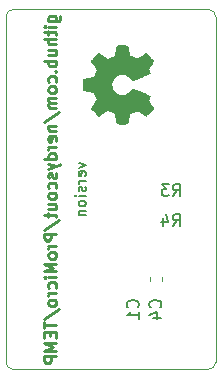
<source format=gbr>
%TF.GenerationSoftware,KiCad,Pcbnew,5.1.7+dfsg1-1~bpo10+1*%
%TF.CreationDate,Date%
%TF.ProjectId,ProMicro_TEST,50726f4d-6963-4726-9f5f-544553542e6b,v1.0*%
%TF.SameCoordinates,Original*%
%TF.FileFunction,Legend,Bot*%
%TF.FilePolarity,Positive*%
%FSLAX45Y45*%
G04 Gerber Fmt 4.5, Leading zero omitted, Abs format (unit mm)*
G04 Created by KiCad*
%MOMM*%
%LPD*%
G01*
G04 APERTURE LIST*
%TA.AperFunction,Profile*%
%ADD10C,0.100000*%
%TD*%
%ADD11C,0.200000*%
%ADD12C,0.250000*%
%ADD13C,0.010000*%
%ADD14C,0.120000*%
%ADD15C,0.150000*%
%ADD16R,2.000000X2.000000*%
%ADD17O,2.000000X2.000000*%
G04 APERTURE END LIST*
D10*
X127000Y2857500D02*
X127000Y-63500D01*
X-1651000Y-63500D02*
X-1651000Y2857500D01*
D11*
X-1035286Y1624143D02*
X-975286Y1602714D01*
X-1035286Y1581286D01*
X-979571Y1512714D02*
X-975286Y1521286D01*
X-975286Y1538429D01*
X-979571Y1547000D01*
X-988143Y1551286D01*
X-1022429Y1551286D01*
X-1031000Y1547000D01*
X-1035286Y1538429D01*
X-1035286Y1521286D01*
X-1031000Y1512714D01*
X-1022429Y1508429D01*
X-1013857Y1508429D01*
X-1005286Y1551286D01*
X-975286Y1469857D02*
X-1035286Y1469857D01*
X-1018143Y1469857D02*
X-1026714Y1465571D01*
X-1031000Y1461286D01*
X-1035286Y1452714D01*
X-1035286Y1444143D01*
X-979571Y1418429D02*
X-975286Y1409857D01*
X-975286Y1392714D01*
X-979571Y1384143D01*
X-988143Y1379857D01*
X-992429Y1379857D01*
X-1001000Y1384143D01*
X-1005286Y1392714D01*
X-1005286Y1405571D01*
X-1009571Y1414143D01*
X-1018143Y1418429D01*
X-1022429Y1418429D01*
X-1031000Y1414143D01*
X-1035286Y1405571D01*
X-1035286Y1392714D01*
X-1031000Y1384143D01*
X-975286Y1341286D02*
X-1035286Y1341286D01*
X-1065286Y1341286D02*
X-1061000Y1345572D01*
X-1056714Y1341286D01*
X-1061000Y1337000D01*
X-1065286Y1341286D01*
X-1056714Y1341286D01*
X-975286Y1285572D02*
X-979571Y1294143D01*
X-983857Y1298429D01*
X-992429Y1302714D01*
X-1018143Y1302714D01*
X-1026714Y1298429D01*
X-1031000Y1294143D01*
X-1035286Y1285572D01*
X-1035286Y1272714D01*
X-1031000Y1264143D01*
X-1026714Y1259857D01*
X-1018143Y1255572D01*
X-992429Y1255572D01*
X-983857Y1259857D01*
X-979571Y1264143D01*
X-975286Y1272714D01*
X-975286Y1285572D01*
X-1035286Y1217000D02*
X-975286Y1217000D01*
X-1026714Y1217000D02*
X-1031000Y1212714D01*
X-1035286Y1204143D01*
X-1035286Y1191286D01*
X-1031000Y1182714D01*
X-1022429Y1178429D01*
X-975286Y1178429D01*
D12*
X-1291429Y2820810D02*
X-1210476Y2820810D01*
X-1200952Y2825571D01*
X-1196191Y2830333D01*
X-1191429Y2839857D01*
X-1191429Y2854143D01*
X-1196191Y2863667D01*
X-1229524Y2820810D02*
X-1224762Y2830333D01*
X-1224762Y2849381D01*
X-1229524Y2858905D01*
X-1234286Y2863667D01*
X-1243810Y2868429D01*
X-1272381Y2868429D01*
X-1281905Y2863667D01*
X-1286667Y2858905D01*
X-1291429Y2849381D01*
X-1291429Y2830333D01*
X-1286667Y2820810D01*
X-1224762Y2773191D02*
X-1291429Y2773191D01*
X-1324762Y2773191D02*
X-1320000Y2777952D01*
X-1315238Y2773191D01*
X-1320000Y2768429D01*
X-1324762Y2773191D01*
X-1315238Y2773191D01*
X-1291429Y2739857D02*
X-1291429Y2701762D01*
X-1324762Y2725572D02*
X-1239048Y2725572D01*
X-1229524Y2720810D01*
X-1224762Y2711286D01*
X-1224762Y2701762D01*
X-1224762Y2668429D02*
X-1324762Y2668429D01*
X-1224762Y2625572D02*
X-1277143Y2625572D01*
X-1286667Y2630333D01*
X-1291429Y2639857D01*
X-1291429Y2654143D01*
X-1286667Y2663667D01*
X-1281905Y2668429D01*
X-1291429Y2535095D02*
X-1224762Y2535095D01*
X-1291429Y2577952D02*
X-1239048Y2577952D01*
X-1229524Y2573191D01*
X-1224762Y2563667D01*
X-1224762Y2549381D01*
X-1229524Y2539857D01*
X-1234286Y2535095D01*
X-1224762Y2487476D02*
X-1324762Y2487476D01*
X-1286667Y2487476D02*
X-1291429Y2477952D01*
X-1291429Y2458905D01*
X-1286667Y2449381D01*
X-1281905Y2444619D01*
X-1272381Y2439857D01*
X-1243810Y2439857D01*
X-1234286Y2444619D01*
X-1229524Y2449381D01*
X-1224762Y2458905D01*
X-1224762Y2477952D01*
X-1229524Y2487476D01*
X-1234286Y2397000D02*
X-1229524Y2392238D01*
X-1224762Y2397000D01*
X-1229524Y2401762D01*
X-1234286Y2397000D01*
X-1224762Y2397000D01*
X-1229524Y2306524D02*
X-1224762Y2316048D01*
X-1224762Y2335095D01*
X-1229524Y2344619D01*
X-1234286Y2349381D01*
X-1243810Y2354143D01*
X-1272381Y2354143D01*
X-1281905Y2349381D01*
X-1286667Y2344619D01*
X-1291429Y2335095D01*
X-1291429Y2316048D01*
X-1286667Y2306524D01*
X-1224762Y2249381D02*
X-1229524Y2258905D01*
X-1234286Y2263667D01*
X-1243810Y2268429D01*
X-1272381Y2268429D01*
X-1281905Y2263667D01*
X-1286667Y2258905D01*
X-1291429Y2249381D01*
X-1291429Y2235095D01*
X-1286667Y2225572D01*
X-1281905Y2220810D01*
X-1272381Y2216048D01*
X-1243810Y2216048D01*
X-1234286Y2220810D01*
X-1229524Y2225572D01*
X-1224762Y2235095D01*
X-1224762Y2249381D01*
X-1224762Y2173191D02*
X-1291429Y2173191D01*
X-1281905Y2173191D02*
X-1286667Y2168429D01*
X-1291429Y2158905D01*
X-1291429Y2144619D01*
X-1286667Y2135095D01*
X-1277143Y2130333D01*
X-1224762Y2130333D01*
X-1277143Y2130333D02*
X-1286667Y2125572D01*
X-1291429Y2116048D01*
X-1291429Y2101762D01*
X-1286667Y2092238D01*
X-1277143Y2087476D01*
X-1224762Y2087476D01*
X-1329524Y1968429D02*
X-1200952Y2054143D01*
X-1291429Y1935095D02*
X-1224762Y1935095D01*
X-1281905Y1935095D02*
X-1286667Y1930333D01*
X-1291429Y1920810D01*
X-1291429Y1906524D01*
X-1286667Y1897000D01*
X-1277143Y1892238D01*
X-1224762Y1892238D01*
X-1229524Y1806524D02*
X-1224762Y1816048D01*
X-1224762Y1835095D01*
X-1229524Y1844619D01*
X-1239048Y1849381D01*
X-1277143Y1849381D01*
X-1286667Y1844619D01*
X-1291429Y1835095D01*
X-1291429Y1816048D01*
X-1286667Y1806524D01*
X-1277143Y1801762D01*
X-1267619Y1801762D01*
X-1258095Y1849381D01*
X-1224762Y1758905D02*
X-1291429Y1758905D01*
X-1272381Y1758905D02*
X-1281905Y1754143D01*
X-1286667Y1749381D01*
X-1291429Y1739857D01*
X-1291429Y1730333D01*
X-1224762Y1654143D02*
X-1324762Y1654143D01*
X-1229524Y1654143D02*
X-1224762Y1663667D01*
X-1224762Y1682714D01*
X-1229524Y1692238D01*
X-1234286Y1697000D01*
X-1243810Y1701762D01*
X-1272381Y1701762D01*
X-1281905Y1697000D01*
X-1286667Y1692238D01*
X-1291429Y1682714D01*
X-1291429Y1663667D01*
X-1286667Y1654143D01*
X-1291429Y1616048D02*
X-1224762Y1592238D01*
X-1291429Y1568429D02*
X-1224762Y1592238D01*
X-1200952Y1601762D01*
X-1196191Y1606524D01*
X-1191429Y1616048D01*
X-1229524Y1535095D02*
X-1224762Y1525571D01*
X-1224762Y1506524D01*
X-1229524Y1497000D01*
X-1239048Y1492238D01*
X-1243810Y1492238D01*
X-1253333Y1497000D01*
X-1258095Y1506524D01*
X-1258095Y1520810D01*
X-1262857Y1530333D01*
X-1272381Y1535095D01*
X-1277143Y1535095D01*
X-1286667Y1530333D01*
X-1291429Y1520810D01*
X-1291429Y1506524D01*
X-1286667Y1497000D01*
X-1229524Y1406524D02*
X-1224762Y1416048D01*
X-1224762Y1435095D01*
X-1229524Y1444619D01*
X-1234286Y1449381D01*
X-1243810Y1454143D01*
X-1272381Y1454143D01*
X-1281905Y1449381D01*
X-1286667Y1444619D01*
X-1291429Y1435095D01*
X-1291429Y1416048D01*
X-1286667Y1406524D01*
X-1224762Y1349381D02*
X-1229524Y1358905D01*
X-1234286Y1363667D01*
X-1243810Y1368429D01*
X-1272381Y1368429D01*
X-1281905Y1363667D01*
X-1286667Y1358905D01*
X-1291429Y1349381D01*
X-1291429Y1335095D01*
X-1286667Y1325572D01*
X-1281905Y1320810D01*
X-1272381Y1316048D01*
X-1243810Y1316048D01*
X-1234286Y1320810D01*
X-1229524Y1325572D01*
X-1224762Y1335095D01*
X-1224762Y1349381D01*
X-1291429Y1230333D02*
X-1224762Y1230333D01*
X-1291429Y1273191D02*
X-1239048Y1273191D01*
X-1229524Y1268429D01*
X-1224762Y1258905D01*
X-1224762Y1244619D01*
X-1229524Y1235095D01*
X-1234286Y1230333D01*
X-1291429Y1197000D02*
X-1291429Y1158905D01*
X-1324762Y1182714D02*
X-1239048Y1182714D01*
X-1229524Y1177952D01*
X-1224762Y1168429D01*
X-1224762Y1158905D01*
X-1329524Y1054143D02*
X-1200952Y1139857D01*
X-1224762Y1020810D02*
X-1324762Y1020810D01*
X-1324762Y982714D01*
X-1320000Y973190D01*
X-1315238Y968429D01*
X-1305714Y963667D01*
X-1291429Y963667D01*
X-1281905Y968429D01*
X-1277143Y973190D01*
X-1272381Y982714D01*
X-1272381Y1020810D01*
X-1224762Y920810D02*
X-1291429Y920810D01*
X-1272381Y920810D02*
X-1281905Y916048D01*
X-1286667Y911286D01*
X-1291429Y901762D01*
X-1291429Y892238D01*
X-1224762Y844619D02*
X-1229524Y854143D01*
X-1234286Y858905D01*
X-1243810Y863667D01*
X-1272381Y863667D01*
X-1281905Y858905D01*
X-1286667Y854143D01*
X-1291429Y844619D01*
X-1291429Y830333D01*
X-1286667Y820810D01*
X-1281905Y816048D01*
X-1272381Y811286D01*
X-1243810Y811286D01*
X-1234286Y816048D01*
X-1229524Y820810D01*
X-1224762Y830333D01*
X-1224762Y844619D01*
X-1224762Y768429D02*
X-1324762Y768429D01*
X-1253333Y735095D01*
X-1324762Y701762D01*
X-1224762Y701762D01*
X-1224762Y654143D02*
X-1291429Y654143D01*
X-1324762Y654143D02*
X-1320000Y658905D01*
X-1315238Y654143D01*
X-1320000Y649381D01*
X-1324762Y654143D01*
X-1315238Y654143D01*
X-1229524Y563667D02*
X-1224762Y573191D01*
X-1224762Y592238D01*
X-1229524Y601762D01*
X-1234286Y606524D01*
X-1243810Y611286D01*
X-1272381Y611286D01*
X-1281905Y606524D01*
X-1286667Y601762D01*
X-1291429Y592238D01*
X-1291429Y573191D01*
X-1286667Y563667D01*
X-1224762Y520810D02*
X-1291429Y520810D01*
X-1272381Y520810D02*
X-1281905Y516048D01*
X-1286667Y511286D01*
X-1291429Y501762D01*
X-1291429Y492238D01*
X-1224762Y444619D02*
X-1229524Y454143D01*
X-1234286Y458905D01*
X-1243810Y463667D01*
X-1272381Y463667D01*
X-1281905Y458905D01*
X-1286667Y454143D01*
X-1291429Y444619D01*
X-1291429Y430333D01*
X-1286667Y420810D01*
X-1281905Y416048D01*
X-1272381Y411286D01*
X-1243810Y411286D01*
X-1234286Y416048D01*
X-1229524Y420810D01*
X-1224762Y430333D01*
X-1224762Y444619D01*
X-1329524Y297000D02*
X-1200952Y382714D01*
X-1324762Y277952D02*
X-1324762Y220810D01*
X-1224762Y249381D02*
X-1324762Y249381D01*
X-1277143Y187476D02*
X-1277143Y154143D01*
X-1224762Y139857D02*
X-1224762Y187476D01*
X-1324762Y187476D01*
X-1324762Y139857D01*
X-1224762Y97000D02*
X-1324762Y97000D01*
X-1253333Y63667D01*
X-1324762Y30333D01*
X-1224762Y30333D01*
X-1224762Y-17286D02*
X-1324762Y-17286D01*
X-1324762Y-55381D01*
X-1320000Y-64905D01*
X-1315238Y-69667D01*
X-1305714Y-74429D01*
X-1291429Y-74429D01*
X-1281905Y-69667D01*
X-1277143Y-64905D01*
X-1272381Y-55381D01*
X-1272381Y-17286D01*
D10*
X-1587500Y-127000D02*
G75*
G02*
X-1651000Y-63500I0J63500D01*
G01*
X127000Y-63500D02*
G75*
G02*
X63500Y-127000I-63500J0D01*
G01*
X63500Y2921000D02*
G75*
G02*
X127000Y2857500I0J-63500D01*
G01*
X-1651000Y2857500D02*
G75*
G02*
X-1587500Y2921000I63500J0D01*
G01*
X63500Y-127000D02*
X-1587500Y-127000D01*
X-1587500Y2921000D02*
X63500Y2921000D01*
D13*
G36*
X-951607Y2230419D02*
G01*
X-907144Y2222037D01*
X-894395Y2191108D01*
X-881645Y2160179D01*
X-906875Y2123075D01*
X-913900Y2112684D01*
X-920173Y2103291D01*
X-925406Y2095335D01*
X-929314Y2089253D01*
X-931611Y2085484D01*
X-932106Y2084458D01*
X-930832Y2082609D01*
X-927312Y2078658D01*
X-921994Y2073048D01*
X-915328Y2066221D01*
X-907765Y2058621D01*
X-899753Y2050691D01*
X-891743Y2042872D01*
X-884184Y2035609D01*
X-877525Y2029344D01*
X-872218Y2024520D01*
X-868711Y2021579D01*
X-867538Y2020876D01*
X-865374Y2021888D01*
X-860634Y2024724D01*
X-853781Y2029087D01*
X-845278Y2034678D01*
X-835591Y2041199D01*
X-830065Y2044978D01*
X-819975Y2051866D01*
X-810870Y2057986D01*
X-803203Y2063042D01*
X-797427Y2066737D01*
X-793996Y2068774D01*
X-793275Y2069080D01*
X-791225Y2068386D01*
X-786449Y2066495D01*
X-779617Y2063691D01*
X-771401Y2060261D01*
X-762473Y2056489D01*
X-753504Y2052661D01*
X-745166Y2049063D01*
X-738131Y2045979D01*
X-733069Y2043696D01*
X-730653Y2042498D01*
X-730558Y2042428D01*
X-730096Y2040547D01*
X-729067Y2035538D01*
X-727571Y2027921D01*
X-725710Y2018213D01*
X-723584Y2006936D01*
X-722358Y2000356D01*
X-720064Y1988305D01*
X-717880Y1977420D01*
X-715928Y1968252D01*
X-714325Y1961352D01*
X-713192Y1957270D01*
X-712833Y1956449D01*
X-710399Y1955645D01*
X-704904Y1954997D01*
X-696989Y1954503D01*
X-687297Y1954164D01*
X-676471Y1953978D01*
X-665154Y1953946D01*
X-653987Y1954067D01*
X-643613Y1954341D01*
X-634676Y1954767D01*
X-627817Y1955344D01*
X-623680Y1956073D01*
X-622819Y1956510D01*
X-621787Y1959124D01*
X-620311Y1964661D01*
X-618565Y1972389D01*
X-616722Y1981577D01*
X-616126Y1984784D01*
X-613293Y2000248D01*
X-611012Y2012462D01*
X-609192Y2021833D01*
X-607742Y2028762D01*
X-606571Y2033653D01*
X-605589Y2036910D01*
X-604704Y2038937D01*
X-603828Y2040137D01*
X-603654Y2040305D01*
X-600863Y2041982D01*
X-595431Y2044539D01*
X-588022Y2047721D01*
X-579304Y2051274D01*
X-569939Y2054942D01*
X-560595Y2058469D01*
X-551935Y2061600D01*
X-544626Y2064081D01*
X-539332Y2065655D01*
X-536719Y2066067D01*
X-536627Y2066032D01*
X-534491Y2064636D01*
X-529792Y2061468D01*
X-523017Y2056861D01*
X-514658Y2051148D01*
X-505202Y2044663D01*
X-502515Y2042816D01*
X-492772Y2036230D01*
X-483884Y2030435D01*
X-476359Y2025746D01*
X-470708Y2022479D01*
X-467442Y2020950D01*
X-467041Y2020876D01*
X-464932Y2022161D01*
X-460754Y2025711D01*
X-454955Y2031071D01*
X-447986Y2037783D01*
X-440295Y2045391D01*
X-432332Y2053440D01*
X-424544Y2061471D01*
X-417381Y2069030D01*
X-411293Y2075659D01*
X-406728Y2080903D01*
X-404135Y2084304D01*
X-403712Y2085245D01*
X-404709Y2087436D01*
X-407398Y2091920D01*
X-411326Y2097968D01*
X-414488Y2102621D01*
X-420290Y2111053D01*
X-427122Y2121037D01*
X-433942Y2131053D01*
X-437592Y2136437D01*
X-449920Y2154663D01*
X-441648Y2169962D01*
X-438024Y2176932D01*
X-435207Y2182859D01*
X-433601Y2186869D01*
X-433377Y2187890D01*
X-435028Y2189117D01*
X-439692Y2191539D01*
X-446939Y2194974D01*
X-456339Y2199241D01*
X-467463Y2204161D01*
X-479878Y2209551D01*
X-493157Y2215232D01*
X-506867Y2221022D01*
X-520580Y2226741D01*
X-533864Y2232208D01*
X-546290Y2237242D01*
X-557428Y2241662D01*
X-566846Y2245288D01*
X-574116Y2247939D01*
X-578806Y2249434D01*
X-580417Y2249675D01*
X-582471Y2247769D01*
X-585807Y2243596D01*
X-589730Y2238029D01*
X-590040Y2237562D01*
X-601558Y2223174D01*
X-614995Y2211572D01*
X-629922Y2202857D01*
X-645909Y2197130D01*
X-662526Y2194491D01*
X-679345Y2195042D01*
X-695935Y2198881D01*
X-711866Y2206111D01*
X-715351Y2208237D01*
X-729426Y2219300D01*
X-740729Y2232370D01*
X-749200Y2246994D01*
X-754781Y2262719D01*
X-757413Y2279094D01*
X-757037Y2295667D01*
X-753595Y2311984D01*
X-747028Y2327594D01*
X-737276Y2342043D01*
X-733319Y2346513D01*
X-720930Y2357889D01*
X-707888Y2366178D01*
X-693269Y2371864D01*
X-678791Y2375031D01*
X-662514Y2375813D01*
X-646156Y2373206D01*
X-630270Y2367476D01*
X-615409Y2358886D01*
X-602127Y2347701D01*
X-590974Y2334188D01*
X-589799Y2332412D01*
X-585949Y2326785D01*
X-582614Y2322508D01*
X-580484Y2320463D01*
X-580417Y2320433D01*
X-578113Y2320872D01*
X-572884Y2322612D01*
X-565161Y2325473D01*
X-555373Y2329274D01*
X-543951Y2333833D01*
X-531324Y2338970D01*
X-517923Y2344504D01*
X-504178Y2350254D01*
X-490519Y2356040D01*
X-477376Y2361680D01*
X-465179Y2366994D01*
X-454359Y2371801D01*
X-445345Y2375920D01*
X-438568Y2379170D01*
X-434457Y2381370D01*
X-433377Y2382256D01*
X-434218Y2384964D01*
X-436473Y2390030D01*
X-439739Y2396582D01*
X-441648Y2400184D01*
X-449920Y2415483D01*
X-437592Y2433709D01*
X-431277Y2443013D01*
X-424327Y2453199D01*
X-417783Y2462744D01*
X-414488Y2467525D01*
X-409973Y2474250D01*
X-406394Y2479944D01*
X-404206Y2483865D01*
X-403744Y2485138D01*
X-404991Y2486992D01*
X-408475Y2491094D01*
X-413832Y2497048D01*
X-420702Y2504454D01*
X-428722Y2512917D01*
X-433871Y2518269D01*
X-443071Y2527632D01*
X-451300Y2535724D01*
X-458205Y2542218D01*
X-463436Y2546786D01*
X-466638Y2549101D01*
X-467288Y2549323D01*
X-469761Y2548292D01*
X-474759Y2545444D01*
X-481779Y2541094D01*
X-490312Y2535558D01*
X-499854Y2529152D01*
X-502515Y2527330D01*
X-512183Y2520693D01*
X-520888Y2514738D01*
X-528141Y2509798D01*
X-533451Y2506208D01*
X-536330Y2504298D01*
X-536627Y2504114D01*
X-538922Y2504390D01*
X-543966Y2505854D01*
X-551096Y2508251D01*
X-559645Y2511327D01*
X-568949Y2514824D01*
X-578343Y2518489D01*
X-587160Y2522066D01*
X-594737Y2525299D01*
X-600407Y2527934D01*
X-603506Y2529714D01*
X-603654Y2529841D01*
X-604540Y2530929D01*
X-605416Y2532768D01*
X-606372Y2535761D01*
X-607500Y2540310D01*
X-608891Y2546821D01*
X-610634Y2555696D01*
X-612820Y2567339D01*
X-615541Y2582154D01*
X-616126Y2585362D01*
X-617963Y2594869D01*
X-619760Y2603157D01*
X-621343Y2609493D01*
X-622540Y2613146D01*
X-622819Y2613636D01*
X-625293Y2614443D01*
X-630821Y2615099D01*
X-638761Y2615603D01*
X-648470Y2615956D01*
X-659306Y2616156D01*
X-670626Y2616204D01*
X-681787Y2616098D01*
X-692147Y2615838D01*
X-701063Y2615425D01*
X-707893Y2614856D01*
X-711993Y2614133D01*
X-712833Y2613697D01*
X-713679Y2611270D01*
X-715056Y2605743D01*
X-716845Y2597666D01*
X-718925Y2587591D01*
X-721178Y2576068D01*
X-722358Y2569790D01*
X-724585Y2557879D01*
X-726602Y2547257D01*
X-728308Y2538443D01*
X-729603Y2531957D01*
X-730384Y2528317D01*
X-730558Y2527718D01*
X-732511Y2526706D01*
X-737216Y2524566D01*
X-744000Y2521584D01*
X-752191Y2518045D01*
X-761117Y2514233D01*
X-770106Y2510435D01*
X-778486Y2506936D01*
X-785585Y2504021D01*
X-790731Y2501974D01*
X-793250Y2501082D01*
X-793360Y2501066D01*
X-795348Y2502077D01*
X-799922Y2504912D01*
X-806628Y2509272D01*
X-815012Y2514861D01*
X-824617Y2521379D01*
X-830135Y2525168D01*
X-840252Y2532073D01*
X-849437Y2538205D01*
X-857226Y2543266D01*
X-863153Y2546957D01*
X-866755Y2548978D01*
X-867562Y2549270D01*
X-869442Y2548015D01*
X-873454Y2544546D01*
X-879151Y2539306D01*
X-886081Y2532738D01*
X-893797Y2525286D01*
X-901847Y2517391D01*
X-909784Y2509498D01*
X-917156Y2502050D01*
X-923515Y2495489D01*
X-928411Y2490260D01*
X-931394Y2486804D01*
X-932106Y2485648D01*
X-931105Y2483765D01*
X-928292Y2479263D01*
X-923955Y2472579D01*
X-918378Y2464150D01*
X-911849Y2454414D01*
X-906875Y2447071D01*
X-881645Y2409967D01*
X-907144Y2348110D01*
X-951607Y2339728D01*
X-996069Y2331345D01*
X-996069Y2238801D01*
X-951607Y2230419D01*
G37*
X-951607Y2230419D02*
X-907144Y2222037D01*
X-894395Y2191108D01*
X-881645Y2160179D01*
X-906875Y2123075D01*
X-913900Y2112684D01*
X-920173Y2103291D01*
X-925406Y2095335D01*
X-929314Y2089253D01*
X-931611Y2085484D01*
X-932106Y2084458D01*
X-930832Y2082609D01*
X-927312Y2078658D01*
X-921994Y2073048D01*
X-915328Y2066221D01*
X-907765Y2058621D01*
X-899753Y2050691D01*
X-891743Y2042872D01*
X-884184Y2035609D01*
X-877525Y2029344D01*
X-872218Y2024520D01*
X-868711Y2021579D01*
X-867538Y2020876D01*
X-865374Y2021888D01*
X-860634Y2024724D01*
X-853781Y2029087D01*
X-845278Y2034678D01*
X-835591Y2041199D01*
X-830065Y2044978D01*
X-819975Y2051866D01*
X-810870Y2057986D01*
X-803203Y2063042D01*
X-797427Y2066737D01*
X-793996Y2068774D01*
X-793275Y2069080D01*
X-791225Y2068386D01*
X-786449Y2066495D01*
X-779617Y2063691D01*
X-771401Y2060261D01*
X-762473Y2056489D01*
X-753504Y2052661D01*
X-745166Y2049063D01*
X-738131Y2045979D01*
X-733069Y2043696D01*
X-730653Y2042498D01*
X-730558Y2042428D01*
X-730096Y2040547D01*
X-729067Y2035538D01*
X-727571Y2027921D01*
X-725710Y2018213D01*
X-723584Y2006936D01*
X-722358Y2000356D01*
X-720064Y1988305D01*
X-717880Y1977420D01*
X-715928Y1968252D01*
X-714325Y1961352D01*
X-713192Y1957270D01*
X-712833Y1956449D01*
X-710399Y1955645D01*
X-704904Y1954997D01*
X-696989Y1954503D01*
X-687297Y1954164D01*
X-676471Y1953978D01*
X-665154Y1953946D01*
X-653987Y1954067D01*
X-643613Y1954341D01*
X-634676Y1954767D01*
X-627817Y1955344D01*
X-623680Y1956073D01*
X-622819Y1956510D01*
X-621787Y1959124D01*
X-620311Y1964661D01*
X-618565Y1972389D01*
X-616722Y1981577D01*
X-616126Y1984784D01*
X-613293Y2000248D01*
X-611012Y2012462D01*
X-609192Y2021833D01*
X-607742Y2028762D01*
X-606571Y2033653D01*
X-605589Y2036910D01*
X-604704Y2038937D01*
X-603828Y2040137D01*
X-603654Y2040305D01*
X-600863Y2041982D01*
X-595431Y2044539D01*
X-588022Y2047721D01*
X-579304Y2051274D01*
X-569939Y2054942D01*
X-560595Y2058469D01*
X-551935Y2061600D01*
X-544626Y2064081D01*
X-539332Y2065655D01*
X-536719Y2066067D01*
X-536627Y2066032D01*
X-534491Y2064636D01*
X-529792Y2061468D01*
X-523017Y2056861D01*
X-514658Y2051148D01*
X-505202Y2044663D01*
X-502515Y2042816D01*
X-492772Y2036230D01*
X-483884Y2030435D01*
X-476359Y2025746D01*
X-470708Y2022479D01*
X-467442Y2020950D01*
X-467041Y2020876D01*
X-464932Y2022161D01*
X-460754Y2025711D01*
X-454955Y2031071D01*
X-447986Y2037783D01*
X-440295Y2045391D01*
X-432332Y2053440D01*
X-424544Y2061471D01*
X-417381Y2069030D01*
X-411293Y2075659D01*
X-406728Y2080903D01*
X-404135Y2084304D01*
X-403712Y2085245D01*
X-404709Y2087436D01*
X-407398Y2091920D01*
X-411326Y2097968D01*
X-414488Y2102621D01*
X-420290Y2111053D01*
X-427122Y2121037D01*
X-433942Y2131053D01*
X-437592Y2136437D01*
X-449920Y2154663D01*
X-441648Y2169962D01*
X-438024Y2176932D01*
X-435207Y2182859D01*
X-433601Y2186869D01*
X-433377Y2187890D01*
X-435028Y2189117D01*
X-439692Y2191539D01*
X-446939Y2194974D01*
X-456339Y2199241D01*
X-467463Y2204161D01*
X-479878Y2209551D01*
X-493157Y2215232D01*
X-506867Y2221022D01*
X-520580Y2226741D01*
X-533864Y2232208D01*
X-546290Y2237242D01*
X-557428Y2241662D01*
X-566846Y2245288D01*
X-574116Y2247939D01*
X-578806Y2249434D01*
X-580417Y2249675D01*
X-582471Y2247769D01*
X-585807Y2243596D01*
X-589730Y2238029D01*
X-590040Y2237562D01*
X-601558Y2223174D01*
X-614995Y2211572D01*
X-629922Y2202857D01*
X-645909Y2197130D01*
X-662526Y2194491D01*
X-679345Y2195042D01*
X-695935Y2198881D01*
X-711866Y2206111D01*
X-715351Y2208237D01*
X-729426Y2219300D01*
X-740729Y2232370D01*
X-749200Y2246994D01*
X-754781Y2262719D01*
X-757413Y2279094D01*
X-757037Y2295667D01*
X-753595Y2311984D01*
X-747028Y2327594D01*
X-737276Y2342043D01*
X-733319Y2346513D01*
X-720930Y2357889D01*
X-707888Y2366178D01*
X-693269Y2371864D01*
X-678791Y2375031D01*
X-662514Y2375813D01*
X-646156Y2373206D01*
X-630270Y2367476D01*
X-615409Y2358886D01*
X-602127Y2347701D01*
X-590974Y2334188D01*
X-589799Y2332412D01*
X-585949Y2326785D01*
X-582614Y2322508D01*
X-580484Y2320463D01*
X-580417Y2320433D01*
X-578113Y2320872D01*
X-572884Y2322612D01*
X-565161Y2325473D01*
X-555373Y2329274D01*
X-543951Y2333833D01*
X-531324Y2338970D01*
X-517923Y2344504D01*
X-504178Y2350254D01*
X-490519Y2356040D01*
X-477376Y2361680D01*
X-465179Y2366994D01*
X-454359Y2371801D01*
X-445345Y2375920D01*
X-438568Y2379170D01*
X-434457Y2381370D01*
X-433377Y2382256D01*
X-434218Y2384964D01*
X-436473Y2390030D01*
X-439739Y2396582D01*
X-441648Y2400184D01*
X-449920Y2415483D01*
X-437592Y2433709D01*
X-431277Y2443013D01*
X-424327Y2453199D01*
X-417783Y2462744D01*
X-414488Y2467525D01*
X-409973Y2474250D01*
X-406394Y2479944D01*
X-404206Y2483865D01*
X-403744Y2485138D01*
X-404991Y2486992D01*
X-408475Y2491094D01*
X-413832Y2497048D01*
X-420702Y2504454D01*
X-428722Y2512917D01*
X-433871Y2518269D01*
X-443071Y2527632D01*
X-451300Y2535724D01*
X-458205Y2542218D01*
X-463436Y2546786D01*
X-466638Y2549101D01*
X-467288Y2549323D01*
X-469761Y2548292D01*
X-474759Y2545444D01*
X-481779Y2541094D01*
X-490312Y2535558D01*
X-499854Y2529152D01*
X-502515Y2527330D01*
X-512183Y2520693D01*
X-520888Y2514738D01*
X-528141Y2509798D01*
X-533451Y2506208D01*
X-536330Y2504298D01*
X-536627Y2504114D01*
X-538922Y2504390D01*
X-543966Y2505854D01*
X-551096Y2508251D01*
X-559645Y2511327D01*
X-568949Y2514824D01*
X-578343Y2518489D01*
X-587160Y2522066D01*
X-594737Y2525299D01*
X-600407Y2527934D01*
X-603506Y2529714D01*
X-603654Y2529841D01*
X-604540Y2530929D01*
X-605416Y2532768D01*
X-606372Y2535761D01*
X-607500Y2540310D01*
X-608891Y2546821D01*
X-610634Y2555696D01*
X-612820Y2567339D01*
X-615541Y2582154D01*
X-616126Y2585362D01*
X-617963Y2594869D01*
X-619760Y2603157D01*
X-621343Y2609493D01*
X-622540Y2613146D01*
X-622819Y2613636D01*
X-625293Y2614443D01*
X-630821Y2615099D01*
X-638761Y2615603D01*
X-648470Y2615956D01*
X-659306Y2616156D01*
X-670626Y2616204D01*
X-681787Y2616098D01*
X-692147Y2615838D01*
X-701063Y2615425D01*
X-707893Y2614856D01*
X-711993Y2614133D01*
X-712833Y2613697D01*
X-713679Y2611270D01*
X-715056Y2605743D01*
X-716845Y2597666D01*
X-718925Y2587591D01*
X-721178Y2576068D01*
X-722358Y2569790D01*
X-724585Y2557879D01*
X-726602Y2547257D01*
X-728308Y2538443D01*
X-729603Y2531957D01*
X-730384Y2528317D01*
X-730558Y2527718D01*
X-732511Y2526706D01*
X-737216Y2524566D01*
X-744000Y2521584D01*
X-752191Y2518045D01*
X-761117Y2514233D01*
X-770106Y2510435D01*
X-778486Y2506936D01*
X-785585Y2504021D01*
X-790731Y2501974D01*
X-793250Y2501082D01*
X-793360Y2501066D01*
X-795348Y2502077D01*
X-799922Y2504912D01*
X-806628Y2509272D01*
X-815012Y2514861D01*
X-824617Y2521379D01*
X-830135Y2525168D01*
X-840252Y2532073D01*
X-849437Y2538205D01*
X-857226Y2543266D01*
X-863153Y2546957D01*
X-866755Y2548978D01*
X-867562Y2549270D01*
X-869442Y2548015D01*
X-873454Y2544546D01*
X-879151Y2539306D01*
X-886081Y2532738D01*
X-893797Y2525286D01*
X-901847Y2517391D01*
X-909784Y2509498D01*
X-917156Y2502050D01*
X-923515Y2495489D01*
X-928411Y2490260D01*
X-931394Y2486804D01*
X-932106Y2485648D01*
X-931105Y2483765D01*
X-928292Y2479263D01*
X-923955Y2472579D01*
X-918378Y2464150D01*
X-911849Y2454414D01*
X-906875Y2447071D01*
X-881645Y2409967D01*
X-907144Y2348110D01*
X-951607Y2339728D01*
X-996069Y2331345D01*
X-996069Y2238801D01*
X-951607Y2230419D01*
D14*
X-432000Y651278D02*
X-432000Y618722D01*
X-330000Y651278D02*
X-330000Y618722D01*
D15*
X-237333Y1087762D02*
X-204000Y1135381D01*
X-180190Y1087762D02*
X-180190Y1187762D01*
X-218286Y1187762D01*
X-227810Y1183000D01*
X-232571Y1178238D01*
X-237333Y1168714D01*
X-237333Y1154429D01*
X-232571Y1144905D01*
X-227810Y1140143D01*
X-218286Y1135381D01*
X-180190Y1135381D01*
X-323048Y1154429D02*
X-323048Y1087762D01*
X-299238Y1192524D02*
X-275429Y1121095D01*
X-337333Y1121095D01*
X-237333Y1341762D02*
X-204000Y1389381D01*
X-180190Y1341762D02*
X-180190Y1441762D01*
X-218286Y1441762D01*
X-227810Y1437000D01*
X-232571Y1432238D01*
X-237333Y1422714D01*
X-237333Y1408429D01*
X-232571Y1398905D01*
X-227810Y1394143D01*
X-218286Y1389381D01*
X-180190Y1389381D01*
X-270667Y1441762D02*
X-332572Y1441762D01*
X-299238Y1403667D01*
X-313524Y1403667D01*
X-323048Y1398905D01*
X-327810Y1394143D01*
X-332572Y1384619D01*
X-332572Y1360810D01*
X-327810Y1351286D01*
X-323048Y1346524D01*
X-313524Y1341762D01*
X-284952Y1341762D01*
X-275429Y1346524D01*
X-270667Y1351286D01*
X-345286Y397667D02*
X-340524Y402429D01*
X-335762Y416714D01*
X-335762Y426238D01*
X-340524Y440524D01*
X-350048Y450048D01*
X-359571Y454810D01*
X-378619Y459571D01*
X-392905Y459571D01*
X-411952Y454810D01*
X-421476Y450048D01*
X-431000Y440524D01*
X-435762Y426238D01*
X-435762Y416714D01*
X-431000Y402429D01*
X-426238Y397667D01*
X-402429Y311952D02*
X-335762Y311952D01*
X-440524Y335762D02*
X-369095Y359571D01*
X-369095Y297667D01*
X-535786Y397667D02*
X-531024Y402429D01*
X-526262Y416714D01*
X-526262Y426238D01*
X-531024Y440524D01*
X-540548Y450048D01*
X-550072Y454810D01*
X-569119Y459571D01*
X-583405Y459571D01*
X-602452Y454810D01*
X-611976Y450048D01*
X-621500Y440524D01*
X-626262Y426238D01*
X-626262Y416714D01*
X-621500Y402429D01*
X-616738Y397667D01*
X-526262Y302429D02*
X-526262Y359571D01*
X-526262Y331000D02*
X-626262Y331000D01*
X-611976Y340524D01*
X-602452Y350048D01*
X-597691Y359571D01*
%LPC*%
D16*
X0Y0D03*
D17*
X0Y254000D03*
X0Y508000D03*
X-1524000Y2794000D03*
X0Y762000D03*
X-1524000Y2540000D03*
X0Y1016000D03*
X-1524000Y2286000D03*
X0Y1270000D03*
X-1524000Y2032000D03*
X0Y1524000D03*
X-1524000Y1778000D03*
X0Y1778000D03*
X-1524000Y1524000D03*
X0Y2032000D03*
X-1524000Y1270000D03*
X0Y2286000D03*
X-1524000Y1016000D03*
X0Y2540000D03*
X-1524000Y762000D03*
X0Y2794000D03*
X-1524000Y508000D03*
X-1524000Y254000D03*
X-1524000Y0D03*
G36*
G01*
X-273000Y1033250D02*
X-273000Y998750D01*
G75*
G02*
X-287750Y984000I-14750J0D01*
G01*
X-317250Y984000D01*
G75*
G02*
X-332000Y998750I0J14750D01*
G01*
X-332000Y1033250D01*
G75*
G02*
X-317250Y1048000I14750J0D01*
G01*
X-287750Y1048000D01*
G75*
G02*
X-273000Y1033250I0J-14750D01*
G01*
G37*
G36*
G01*
X-176000Y1033250D02*
X-176000Y998750D01*
G75*
G02*
X-190750Y984000I-14750J0D01*
G01*
X-220250Y984000D01*
G75*
G02*
X-235000Y998750I0J14750D01*
G01*
X-235000Y1033250D01*
G75*
G02*
X-220250Y1048000I14750J0D01*
G01*
X-190750Y1048000D01*
G75*
G02*
X-176000Y1033250I0J-14750D01*
G01*
G37*
G36*
G01*
X-273000Y1287250D02*
X-273000Y1252750D01*
G75*
G02*
X-287750Y1238000I-14750J0D01*
G01*
X-317250Y1238000D01*
G75*
G02*
X-332000Y1252750I0J14750D01*
G01*
X-332000Y1287250D01*
G75*
G02*
X-317250Y1302000I14750J0D01*
G01*
X-287750Y1302000D01*
G75*
G02*
X-273000Y1287250I0J-14750D01*
G01*
G37*
G36*
G01*
X-176000Y1287250D02*
X-176000Y1252750D01*
G75*
G02*
X-190750Y1238000I-14750J0D01*
G01*
X-220250Y1238000D01*
G75*
G02*
X-235000Y1252750I0J14750D01*
G01*
X-235000Y1287250D01*
G75*
G02*
X-220250Y1302000I14750J0D01*
G01*
X-190750Y1302000D01*
G75*
G02*
X-176000Y1287250I0J-14750D01*
G01*
G37*
G36*
G01*
X-406625Y600000D02*
X-355375Y600000D01*
G75*
G02*
X-333500Y578125I0J-21875D01*
G01*
X-333500Y534375D01*
G75*
G02*
X-355375Y512500I-21875J0D01*
G01*
X-406625Y512500D01*
G75*
G02*
X-428500Y534375I0J21875D01*
G01*
X-428500Y578125D01*
G75*
G02*
X-406625Y600000I21875J0D01*
G01*
G37*
G36*
G01*
X-406625Y757500D02*
X-355375Y757500D01*
G75*
G02*
X-333500Y735625I0J-21875D01*
G01*
X-333500Y691875D01*
G75*
G02*
X-355375Y670000I-21875J0D01*
G01*
X-406625Y670000D01*
G75*
G02*
X-428500Y691875I0J21875D01*
G01*
X-428500Y735625D01*
G75*
G02*
X-406625Y757500I21875J0D01*
G01*
G37*
G36*
G01*
X-588750Y616000D02*
X-554250Y616000D01*
G75*
G02*
X-539500Y601250I0J-14750D01*
G01*
X-539500Y571750D01*
G75*
G02*
X-554250Y557000I-14750J0D01*
G01*
X-588750Y557000D01*
G75*
G02*
X-603500Y571750I0J14750D01*
G01*
X-603500Y601250D01*
G75*
G02*
X-588750Y616000I14750J0D01*
G01*
G37*
G36*
G01*
X-588750Y713000D02*
X-554250Y713000D01*
G75*
G02*
X-539500Y698250I0J-14750D01*
G01*
X-539500Y668750D01*
G75*
G02*
X-554250Y654000I-14750J0D01*
G01*
X-588750Y654000D01*
G75*
G02*
X-603500Y668750I0J14750D01*
G01*
X-603500Y698250D01*
G75*
G02*
X-588750Y713000I14750J0D01*
G01*
G37*
M02*

</source>
